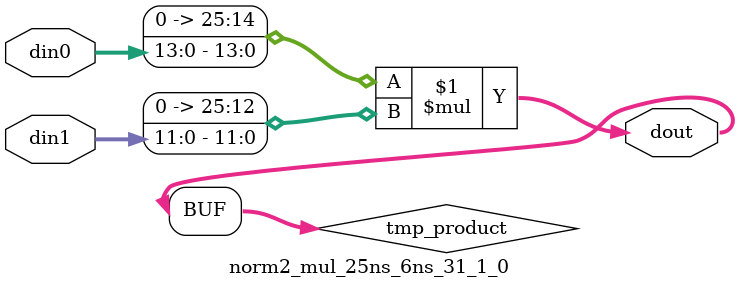
<source format=v>

`timescale 1 ns / 1 ps

 module norm2_mul_25ns_6ns_31_1_0(din0, din1, dout);
parameter ID = 1;
parameter NUM_STAGE = 0;
parameter din0_WIDTH = 14;
parameter din1_WIDTH = 12;
parameter dout_WIDTH = 26;

input [din0_WIDTH - 1 : 0] din0; 
input [din1_WIDTH - 1 : 0] din1; 
output [dout_WIDTH - 1 : 0] dout;

wire signed [dout_WIDTH - 1 : 0] tmp_product;
























assign tmp_product = $signed({1'b0, din0}) * $signed({1'b0, din1});











assign dout = tmp_product;





















endmodule

</source>
